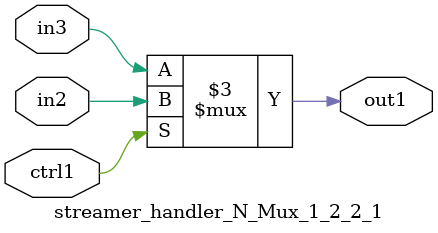
<source format=v>

`timescale 1ps / 1ps


module streamer_handler_N_Mux_1_2_2_1( in3, in2, ctrl1, out1 );

    input in3;
    input in2;
    input ctrl1;
    output out1;
    reg out1;

    
    // rtl_process:streamer_handler_N_Mux_1_2_2_1/streamer_handler_N_Mux_1_2_2_1_thread_1
    always @*
      begin : streamer_handler_N_Mux_1_2_2_1_thread_1
        case (ctrl1) 
          1'b1: 
            begin
              out1 = in2;
            end
          default: 
            begin
              out1 = in3;
            end
        endcase
      end

endmodule


</source>
